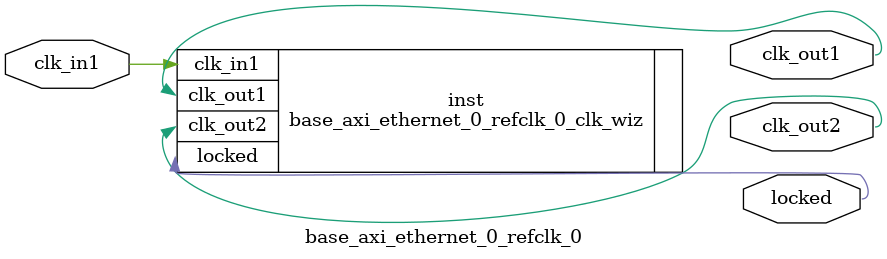
<source format=v>


`timescale 1ps/1ps

(* CORE_GENERATION_INFO = "base_axi_ethernet_0_refclk_0,clk_wiz_v6_0_2_0_0,{component_name=base_axi_ethernet_0_refclk_0,use_phase_alignment=true,use_min_o_jitter=false,use_max_i_jitter=false,use_dyn_phase_shift=false,use_inclk_switchover=false,use_dyn_reconfig=false,enable_axi=0,feedback_source=FDBK_AUTO,PRIMITIVE=MMCM,num_out_clk=2,clkin1_period=10.000,clkin2_period=10.000,use_power_down=false,use_reset=false,use_locked=true,use_inclk_stopped=false,feedback_type=SINGLE,CLOCK_MGR_TYPE=NA,manual_override=false}" *)

module base_axi_ethernet_0_refclk_0 
 (
  // Clock out ports
  output        clk_out1,
  output        clk_out2,
  // Status and control signals
  output        locked,
 // Clock in ports
  input         clk_in1
 );

  base_axi_ethernet_0_refclk_0_clk_wiz inst
  (
  // Clock out ports  
  .clk_out1(clk_out1),
  .clk_out2(clk_out2),
  // Status and control signals               
  .locked(locked),
 // Clock in ports
  .clk_in1(clk_in1)
  );

endmodule

</source>
